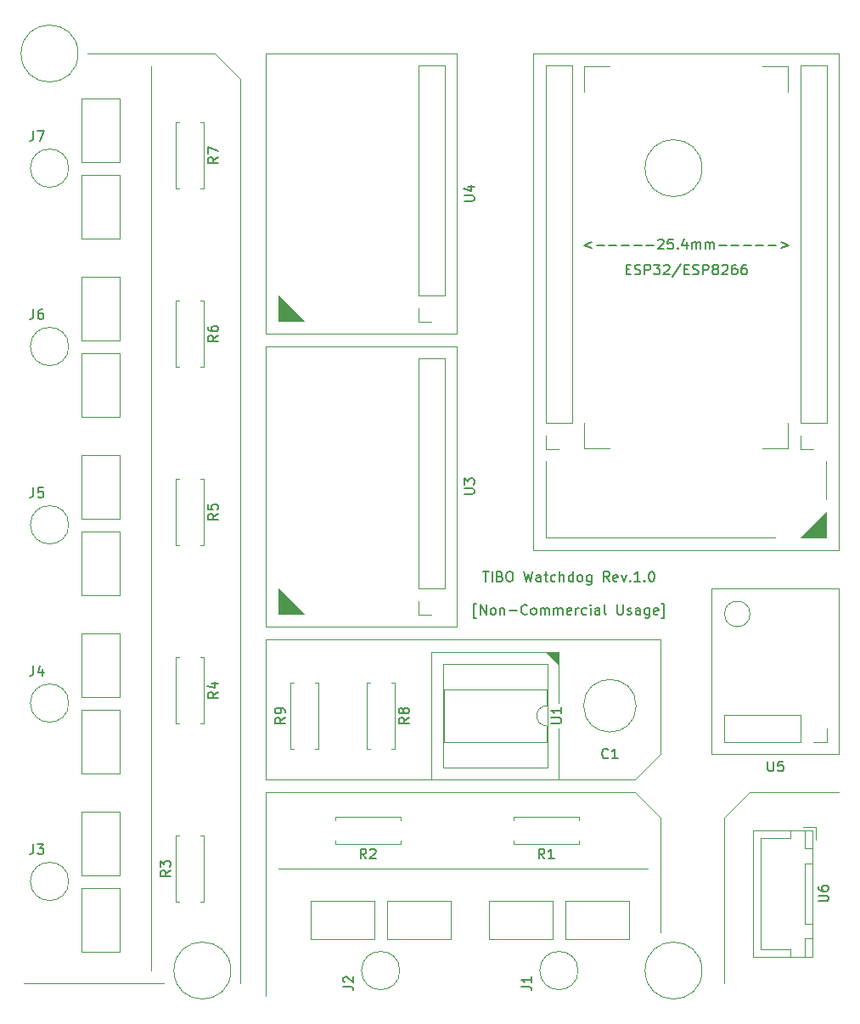
<source format=gbr>
%TF.GenerationSoftware,KiCad,Pcbnew,(5.1.9)-1*%
%TF.CreationDate,2021-03-31T06:49:38+07:00*%
%TF.ProjectId,Rev.1a,5265762e-3161-42e6-9b69-6361645f7063,rev?*%
%TF.SameCoordinates,Original*%
%TF.FileFunction,Legend,Top*%
%TF.FilePolarity,Positive*%
%FSLAX46Y46*%
G04 Gerber Fmt 4.6, Leading zero omitted, Abs format (unit mm)*
G04 Created by KiCad (PCBNEW (5.1.9)-1) date 2021-03-31 06:49:38*
%MOMM*%
%LPD*%
G01*
G04 APERTURE LIST*
%ADD10C,0.120000*%
%ADD11C,0.150000*%
%ADD12C,0.100000*%
G04 APERTURE END LIST*
D10*
X73959806Y-121920000D02*
G75*
G03*
X73959806Y-121920000I-2839806J0D01*
G01*
X120949806Y-121920000D02*
G75*
G03*
X120949806Y-121920000I-2839806J0D01*
G01*
X120949806Y-41910000D02*
G75*
G03*
X120949806Y-41910000I-2839806J0D01*
G01*
X58719806Y-30480000D02*
G75*
G03*
X58719806Y-30480000I-2839806J0D01*
G01*
D11*
X99100761Y-82130380D02*
X99672190Y-82130380D01*
X99386476Y-83130380D02*
X99386476Y-82130380D01*
X100005523Y-83130380D02*
X100005523Y-82130380D01*
X100815047Y-82606571D02*
X100957904Y-82654190D01*
X101005523Y-82701809D01*
X101053142Y-82797047D01*
X101053142Y-82939904D01*
X101005523Y-83035142D01*
X100957904Y-83082761D01*
X100862666Y-83130380D01*
X100481714Y-83130380D01*
X100481714Y-82130380D01*
X100815047Y-82130380D01*
X100910285Y-82178000D01*
X100957904Y-82225619D01*
X101005523Y-82320857D01*
X101005523Y-82416095D01*
X100957904Y-82511333D01*
X100910285Y-82558952D01*
X100815047Y-82606571D01*
X100481714Y-82606571D01*
X101672190Y-82130380D02*
X101862666Y-82130380D01*
X101957904Y-82178000D01*
X102053142Y-82273238D01*
X102100761Y-82463714D01*
X102100761Y-82797047D01*
X102053142Y-82987523D01*
X101957904Y-83082761D01*
X101862666Y-83130380D01*
X101672190Y-83130380D01*
X101576952Y-83082761D01*
X101481714Y-82987523D01*
X101434095Y-82797047D01*
X101434095Y-82463714D01*
X101481714Y-82273238D01*
X101576952Y-82178000D01*
X101672190Y-82130380D01*
X103196000Y-82130380D02*
X103434095Y-83130380D01*
X103624571Y-82416095D01*
X103815047Y-83130380D01*
X104053142Y-82130380D01*
X104862666Y-83130380D02*
X104862666Y-82606571D01*
X104815047Y-82511333D01*
X104719809Y-82463714D01*
X104529333Y-82463714D01*
X104434095Y-82511333D01*
X104862666Y-83082761D02*
X104767428Y-83130380D01*
X104529333Y-83130380D01*
X104434095Y-83082761D01*
X104386476Y-82987523D01*
X104386476Y-82892285D01*
X104434095Y-82797047D01*
X104529333Y-82749428D01*
X104767428Y-82749428D01*
X104862666Y-82701809D01*
X105196000Y-82463714D02*
X105576952Y-82463714D01*
X105338857Y-82130380D02*
X105338857Y-82987523D01*
X105386476Y-83082761D01*
X105481714Y-83130380D01*
X105576952Y-83130380D01*
X106338857Y-83082761D02*
X106243619Y-83130380D01*
X106053142Y-83130380D01*
X105957904Y-83082761D01*
X105910285Y-83035142D01*
X105862666Y-82939904D01*
X105862666Y-82654190D01*
X105910285Y-82558952D01*
X105957904Y-82511333D01*
X106053142Y-82463714D01*
X106243619Y-82463714D01*
X106338857Y-82511333D01*
X106767428Y-83130380D02*
X106767428Y-82130380D01*
X107196000Y-83130380D02*
X107196000Y-82606571D01*
X107148380Y-82511333D01*
X107053142Y-82463714D01*
X106910285Y-82463714D01*
X106815047Y-82511333D01*
X106767428Y-82558952D01*
X108100761Y-83130380D02*
X108100761Y-82130380D01*
X108100761Y-83082761D02*
X108005523Y-83130380D01*
X107815047Y-83130380D01*
X107719809Y-83082761D01*
X107672190Y-83035142D01*
X107624571Y-82939904D01*
X107624571Y-82654190D01*
X107672190Y-82558952D01*
X107719809Y-82511333D01*
X107815047Y-82463714D01*
X108005523Y-82463714D01*
X108100761Y-82511333D01*
X108719809Y-83130380D02*
X108624571Y-83082761D01*
X108576952Y-83035142D01*
X108529333Y-82939904D01*
X108529333Y-82654190D01*
X108576952Y-82558952D01*
X108624571Y-82511333D01*
X108719809Y-82463714D01*
X108862666Y-82463714D01*
X108957904Y-82511333D01*
X109005523Y-82558952D01*
X109053142Y-82654190D01*
X109053142Y-82939904D01*
X109005523Y-83035142D01*
X108957904Y-83082761D01*
X108862666Y-83130380D01*
X108719809Y-83130380D01*
X109910285Y-82463714D02*
X109910285Y-83273238D01*
X109862666Y-83368476D01*
X109815047Y-83416095D01*
X109719809Y-83463714D01*
X109576952Y-83463714D01*
X109481714Y-83416095D01*
X109910285Y-83082761D02*
X109815047Y-83130380D01*
X109624571Y-83130380D01*
X109529333Y-83082761D01*
X109481714Y-83035142D01*
X109434095Y-82939904D01*
X109434095Y-82654190D01*
X109481714Y-82558952D01*
X109529333Y-82511333D01*
X109624571Y-82463714D01*
X109815047Y-82463714D01*
X109910285Y-82511333D01*
X111719809Y-83130380D02*
X111386476Y-82654190D01*
X111148380Y-83130380D02*
X111148380Y-82130380D01*
X111529333Y-82130380D01*
X111624571Y-82178000D01*
X111672190Y-82225619D01*
X111719809Y-82320857D01*
X111719809Y-82463714D01*
X111672190Y-82558952D01*
X111624571Y-82606571D01*
X111529333Y-82654190D01*
X111148380Y-82654190D01*
X112529333Y-83082761D02*
X112434095Y-83130380D01*
X112243619Y-83130380D01*
X112148380Y-83082761D01*
X112100761Y-82987523D01*
X112100761Y-82606571D01*
X112148380Y-82511333D01*
X112243619Y-82463714D01*
X112434095Y-82463714D01*
X112529333Y-82511333D01*
X112576952Y-82606571D01*
X112576952Y-82701809D01*
X112100761Y-82797047D01*
X112910285Y-82463714D02*
X113148380Y-83130380D01*
X113386476Y-82463714D01*
X113767428Y-83035142D02*
X113815047Y-83082761D01*
X113767428Y-83130380D01*
X113719809Y-83082761D01*
X113767428Y-83035142D01*
X113767428Y-83130380D01*
X114767428Y-83130380D02*
X114196000Y-83130380D01*
X114481714Y-83130380D02*
X114481714Y-82130380D01*
X114386476Y-82273238D01*
X114291238Y-82368476D01*
X114196000Y-82416095D01*
X115196000Y-83035142D02*
X115243619Y-83082761D01*
X115196000Y-83130380D01*
X115148380Y-83082761D01*
X115196000Y-83035142D01*
X115196000Y-83130380D01*
X115862666Y-82130380D02*
X115957904Y-82130380D01*
X116053142Y-82178000D01*
X116100761Y-82225619D01*
X116148380Y-82320857D01*
X116196000Y-82511333D01*
X116196000Y-82749428D01*
X116148380Y-82939904D01*
X116100761Y-83035142D01*
X116053142Y-83082761D01*
X115957904Y-83130380D01*
X115862666Y-83130380D01*
X115767428Y-83082761D01*
X115719809Y-83035142D01*
X115672190Y-82939904D01*
X115624571Y-82749428D01*
X115624571Y-82511333D01*
X115672190Y-82320857D01*
X115719809Y-82225619D01*
X115767428Y-82178000D01*
X115862666Y-82130380D01*
X98457904Y-86763714D02*
X98219809Y-86763714D01*
X98219809Y-85335142D01*
X98457904Y-85335142D01*
X98838857Y-86430380D02*
X98838857Y-85430380D01*
X99410285Y-86430380D01*
X99410285Y-85430380D01*
X100029333Y-86430380D02*
X99934095Y-86382761D01*
X99886476Y-86335142D01*
X99838857Y-86239904D01*
X99838857Y-85954190D01*
X99886476Y-85858952D01*
X99934095Y-85811333D01*
X100029333Y-85763714D01*
X100172190Y-85763714D01*
X100267428Y-85811333D01*
X100315047Y-85858952D01*
X100362666Y-85954190D01*
X100362666Y-86239904D01*
X100315047Y-86335142D01*
X100267428Y-86382761D01*
X100172190Y-86430380D01*
X100029333Y-86430380D01*
X100791238Y-85763714D02*
X100791238Y-86430380D01*
X100791238Y-85858952D02*
X100838857Y-85811333D01*
X100934095Y-85763714D01*
X101076952Y-85763714D01*
X101172190Y-85811333D01*
X101219809Y-85906571D01*
X101219809Y-86430380D01*
X101696000Y-86049428D02*
X102457904Y-86049428D01*
X103505523Y-86335142D02*
X103457904Y-86382761D01*
X103315047Y-86430380D01*
X103219809Y-86430380D01*
X103076952Y-86382761D01*
X102981714Y-86287523D01*
X102934095Y-86192285D01*
X102886476Y-86001809D01*
X102886476Y-85858952D01*
X102934095Y-85668476D01*
X102981714Y-85573238D01*
X103076952Y-85478000D01*
X103219809Y-85430380D01*
X103315047Y-85430380D01*
X103457904Y-85478000D01*
X103505523Y-85525619D01*
X104076952Y-86430380D02*
X103981714Y-86382761D01*
X103934095Y-86335142D01*
X103886476Y-86239904D01*
X103886476Y-85954190D01*
X103934095Y-85858952D01*
X103981714Y-85811333D01*
X104076952Y-85763714D01*
X104219809Y-85763714D01*
X104315047Y-85811333D01*
X104362666Y-85858952D01*
X104410285Y-85954190D01*
X104410285Y-86239904D01*
X104362666Y-86335142D01*
X104315047Y-86382761D01*
X104219809Y-86430380D01*
X104076952Y-86430380D01*
X104838857Y-86430380D02*
X104838857Y-85763714D01*
X104838857Y-85858952D02*
X104886476Y-85811333D01*
X104981714Y-85763714D01*
X105124571Y-85763714D01*
X105219809Y-85811333D01*
X105267428Y-85906571D01*
X105267428Y-86430380D01*
X105267428Y-85906571D02*
X105315047Y-85811333D01*
X105410285Y-85763714D01*
X105553142Y-85763714D01*
X105648380Y-85811333D01*
X105696000Y-85906571D01*
X105696000Y-86430380D01*
X106172190Y-86430380D02*
X106172190Y-85763714D01*
X106172190Y-85858952D02*
X106219809Y-85811333D01*
X106315047Y-85763714D01*
X106457904Y-85763714D01*
X106553142Y-85811333D01*
X106600761Y-85906571D01*
X106600761Y-86430380D01*
X106600761Y-85906571D02*
X106648380Y-85811333D01*
X106743619Y-85763714D01*
X106886476Y-85763714D01*
X106981714Y-85811333D01*
X107029333Y-85906571D01*
X107029333Y-86430380D01*
X107886476Y-86382761D02*
X107791238Y-86430380D01*
X107600761Y-86430380D01*
X107505523Y-86382761D01*
X107457904Y-86287523D01*
X107457904Y-85906571D01*
X107505523Y-85811333D01*
X107600761Y-85763714D01*
X107791238Y-85763714D01*
X107886476Y-85811333D01*
X107934095Y-85906571D01*
X107934095Y-86001809D01*
X107457904Y-86097047D01*
X108362666Y-86430380D02*
X108362666Y-85763714D01*
X108362666Y-85954190D02*
X108410285Y-85858952D01*
X108457904Y-85811333D01*
X108553142Y-85763714D01*
X108648380Y-85763714D01*
X109410285Y-86382761D02*
X109315047Y-86430380D01*
X109124571Y-86430380D01*
X109029333Y-86382761D01*
X108981714Y-86335142D01*
X108934095Y-86239904D01*
X108934095Y-85954190D01*
X108981714Y-85858952D01*
X109029333Y-85811333D01*
X109124571Y-85763714D01*
X109315047Y-85763714D01*
X109410285Y-85811333D01*
X109838857Y-86430380D02*
X109838857Y-85763714D01*
X109838857Y-85430380D02*
X109791238Y-85478000D01*
X109838857Y-85525619D01*
X109886476Y-85478000D01*
X109838857Y-85430380D01*
X109838857Y-85525619D01*
X110743619Y-86430380D02*
X110743619Y-85906571D01*
X110696000Y-85811333D01*
X110600761Y-85763714D01*
X110410285Y-85763714D01*
X110315047Y-85811333D01*
X110743619Y-86382761D02*
X110648380Y-86430380D01*
X110410285Y-86430380D01*
X110315047Y-86382761D01*
X110267428Y-86287523D01*
X110267428Y-86192285D01*
X110315047Y-86097047D01*
X110410285Y-86049428D01*
X110648380Y-86049428D01*
X110743619Y-86001809D01*
X111362666Y-86430380D02*
X111267428Y-86382761D01*
X111219809Y-86287523D01*
X111219809Y-85430380D01*
X112505523Y-85430380D02*
X112505523Y-86239904D01*
X112553142Y-86335142D01*
X112600761Y-86382761D01*
X112696000Y-86430380D01*
X112886476Y-86430380D01*
X112981714Y-86382761D01*
X113029333Y-86335142D01*
X113076952Y-86239904D01*
X113076952Y-85430380D01*
X113505523Y-86382761D02*
X113600761Y-86430380D01*
X113791238Y-86430380D01*
X113886476Y-86382761D01*
X113934095Y-86287523D01*
X113934095Y-86239904D01*
X113886476Y-86144666D01*
X113791238Y-86097047D01*
X113648380Y-86097047D01*
X113553142Y-86049428D01*
X113505523Y-85954190D01*
X113505523Y-85906571D01*
X113553142Y-85811333D01*
X113648380Y-85763714D01*
X113791238Y-85763714D01*
X113886476Y-85811333D01*
X114791238Y-86430380D02*
X114791238Y-85906571D01*
X114743619Y-85811333D01*
X114648380Y-85763714D01*
X114457904Y-85763714D01*
X114362666Y-85811333D01*
X114791238Y-86382761D02*
X114696000Y-86430380D01*
X114457904Y-86430380D01*
X114362666Y-86382761D01*
X114315047Y-86287523D01*
X114315047Y-86192285D01*
X114362666Y-86097047D01*
X114457904Y-86049428D01*
X114696000Y-86049428D01*
X114791238Y-86001809D01*
X115696000Y-85763714D02*
X115696000Y-86573238D01*
X115648380Y-86668476D01*
X115600761Y-86716095D01*
X115505523Y-86763714D01*
X115362666Y-86763714D01*
X115267428Y-86716095D01*
X115696000Y-86382761D02*
X115600761Y-86430380D01*
X115410285Y-86430380D01*
X115315047Y-86382761D01*
X115267428Y-86335142D01*
X115219809Y-86239904D01*
X115219809Y-85954190D01*
X115267428Y-85858952D01*
X115315047Y-85811333D01*
X115410285Y-85763714D01*
X115600761Y-85763714D01*
X115696000Y-85811333D01*
X116553142Y-86382761D02*
X116457904Y-86430380D01*
X116267428Y-86430380D01*
X116172190Y-86382761D01*
X116124571Y-86287523D01*
X116124571Y-85906571D01*
X116172190Y-85811333D01*
X116267428Y-85763714D01*
X116457904Y-85763714D01*
X116553142Y-85811333D01*
X116600761Y-85906571D01*
X116600761Y-86001809D01*
X116124571Y-86097047D01*
X116934095Y-86763714D02*
X117172190Y-86763714D01*
X117172190Y-85335142D01*
X116934095Y-85335142D01*
D10*
X125730000Y-86360000D02*
G75*
G03*
X125730000Y-86360000I-1270000J0D01*
G01*
X114300000Y-102870000D02*
X106680000Y-102870000D01*
X116840000Y-100330000D02*
X114300000Y-102870000D01*
X116840000Y-99060000D02*
X116840000Y-100330000D01*
X116840000Y-88900000D02*
X116840000Y-99060000D01*
X115570000Y-88900000D02*
X116840000Y-88900000D01*
X77470000Y-88900000D02*
X115570000Y-88900000D01*
X77470000Y-102870000D02*
X106680000Y-102870000D01*
X121920000Y-100330000D02*
X134620000Y-100330000D01*
X121920000Y-83820000D02*
X121920000Y-100330000D01*
X134620000Y-83820000D02*
X121920000Y-83820000D01*
X134620000Y-100330000D02*
X134620000Y-83820000D01*
X133350000Y-74930000D02*
X133350000Y-71120000D01*
X105410000Y-78740000D02*
X128270000Y-78740000D01*
X105410000Y-71120000D02*
X105410000Y-78740000D01*
X129540000Y-69850000D02*
X129540000Y-67310000D01*
X127000000Y-69850000D02*
X129540000Y-69850000D01*
X134620000Y-80010000D02*
X134620000Y-71120000D01*
X104140000Y-80010000D02*
X134620000Y-80010000D01*
X104140000Y-80010000D02*
X104140000Y-71120000D01*
X67310000Y-123190000D02*
X53340000Y-123190000D01*
X74930000Y-33020000D02*
X74930000Y-123190000D01*
X72390000Y-30480000D02*
X74930000Y-33020000D01*
X66040000Y-31750000D02*
X66040000Y-121920000D01*
X114300000Y-111760000D02*
X115570000Y-111760000D01*
X78740000Y-111760000D02*
X114300000Y-111760000D01*
D12*
G36*
X106680000Y-91440000D02*
G01*
X105410000Y-90170000D01*
X106680000Y-90170000D01*
X106680000Y-91440000D01*
G37*
X106680000Y-91440000D02*
X105410000Y-90170000D01*
X106680000Y-90170000D01*
X106680000Y-91440000D01*
D10*
X106680000Y-97790000D02*
X106680000Y-102870000D01*
X106680000Y-90170000D02*
X106680000Y-95250000D01*
X93980000Y-90170000D02*
X106680000Y-90170000D01*
X93980000Y-102870000D02*
X93980000Y-90170000D01*
D12*
G36*
X81280000Y-86360000D02*
G01*
X78740000Y-86360000D01*
X78740000Y-83820000D01*
X81280000Y-86360000D01*
G37*
X81280000Y-86360000D02*
X78740000Y-86360000D01*
X78740000Y-83820000D01*
X81280000Y-86360000D01*
G36*
X81280000Y-57150000D02*
G01*
X78740000Y-57150000D01*
X78740000Y-54610000D01*
X81280000Y-57150000D01*
G37*
X81280000Y-57150000D02*
X78740000Y-57150000D01*
X78740000Y-54610000D01*
X81280000Y-57150000D01*
D10*
X77470000Y-87630000D02*
X77470000Y-59690000D01*
X96520000Y-87630000D02*
X77470000Y-87630000D01*
X96520000Y-59690000D02*
X96520000Y-87630000D01*
X77470000Y-59690000D02*
X96520000Y-59690000D01*
X96520000Y-30480000D02*
X96520000Y-58420000D01*
X77470000Y-30480000D02*
X96520000Y-30480000D01*
X77470000Y-58420000D02*
X77470000Y-30480000D01*
X96520000Y-58420000D02*
X77470000Y-58420000D01*
X125730000Y-104140000D02*
X134620000Y-104140000D01*
X123190000Y-106680000D02*
X125730000Y-104140000D01*
X123190000Y-123190000D02*
X123190000Y-106680000D01*
X116840000Y-106680000D02*
X116840000Y-118110000D01*
X114300000Y-104140000D02*
X116840000Y-106680000D01*
D12*
G36*
X133350000Y-78740000D02*
G01*
X130810000Y-78740000D01*
X133350000Y-76200000D01*
X133350000Y-78740000D01*
G37*
X133350000Y-78740000D02*
X130810000Y-78740000D01*
X133350000Y-76200000D01*
X133350000Y-78740000D01*
D10*
X129540000Y-31750000D02*
X129540000Y-34290000D01*
X127000000Y-31750000D02*
X129540000Y-31750000D01*
X109220000Y-69850000D02*
X111760000Y-69850000D01*
X109220000Y-67310000D02*
X109220000Y-69850000D01*
X109220000Y-31750000D02*
X111760000Y-31750000D01*
X109220000Y-31750000D02*
X109220000Y-34290000D01*
X104140000Y-30480000D02*
X104140000Y-71120000D01*
X134620000Y-30480000D02*
X104140000Y-30480000D01*
X134620000Y-71120000D02*
X134620000Y-30480000D01*
X77470000Y-102870000D02*
X77470000Y-88900000D01*
X77470000Y-104140000D02*
X114300000Y-104140000D01*
X77470000Y-124460000D02*
X77470000Y-104140000D01*
X59690000Y-30480000D02*
X72390000Y-30480000D01*
%TO.C,U3*%
X95310000Y-83820000D02*
X92650000Y-83820000D01*
X95310000Y-83820000D02*
X95310000Y-60900000D01*
X95310000Y-60900000D02*
X92650000Y-60900000D01*
X92650000Y-83820000D02*
X92650000Y-60900000D01*
X92650000Y-86420000D02*
X92650000Y-85090000D01*
X93980000Y-86420000D02*
X92650000Y-86420000D01*
%TO.C,U4*%
X93980000Y-57210000D02*
X92650000Y-57210000D01*
X92650000Y-57210000D02*
X92650000Y-55880000D01*
X92650000Y-54610000D02*
X92650000Y-31690000D01*
X95310000Y-31690000D02*
X92650000Y-31690000D01*
X95310000Y-54610000D02*
X95310000Y-31690000D01*
X95310000Y-54610000D02*
X92650000Y-54610000D01*
%TO.C,J3*%
X57785000Y-113030000D02*
G75*
G03*
X57785000Y-113030000I-1905000J0D01*
G01*
X59055000Y-120015000D02*
X59055000Y-113665000D01*
X62865000Y-120015000D02*
X59055000Y-120015000D01*
X62865000Y-119380000D02*
X62865000Y-120015000D01*
X62865000Y-113665000D02*
X62865000Y-119380000D01*
X59055000Y-113665000D02*
X62865000Y-113665000D01*
X62865000Y-112395000D02*
X60960000Y-112395000D01*
X62865000Y-106045000D02*
X62865000Y-112395000D01*
X59055000Y-106045000D02*
X62865000Y-106045000D01*
X59055000Y-112395000D02*
X59055000Y-106045000D01*
X60960000Y-112395000D02*
X59055000Y-112395000D01*
%TO.C,J7*%
X60960000Y-41275000D02*
X59055000Y-41275000D01*
X59055000Y-41275000D02*
X59055000Y-34925000D01*
X59055000Y-34925000D02*
X62865000Y-34925000D01*
X62865000Y-34925000D02*
X62865000Y-41275000D01*
X62865000Y-41275000D02*
X60960000Y-41275000D01*
X59055000Y-42545000D02*
X62865000Y-42545000D01*
X62865000Y-42545000D02*
X62865000Y-48260000D01*
X62865000Y-48260000D02*
X62865000Y-48895000D01*
X62865000Y-48895000D02*
X59055000Y-48895000D01*
X59055000Y-48895000D02*
X59055000Y-42545000D01*
X57785000Y-41910000D02*
G75*
G03*
X57785000Y-41910000I-1905000J0D01*
G01*
%TO.C,J2*%
X88265000Y-116840000D02*
X88265000Y-118745000D01*
X88265000Y-118745000D02*
X81915000Y-118745000D01*
X81915000Y-118745000D02*
X81915000Y-114935000D01*
X81915000Y-114935000D02*
X88265000Y-114935000D01*
X88265000Y-114935000D02*
X88265000Y-116840000D01*
X89535000Y-118745000D02*
X89535000Y-114935000D01*
X89535000Y-114935000D02*
X95250000Y-114935000D01*
X95250000Y-114935000D02*
X95885000Y-114935000D01*
X95885000Y-114935000D02*
X95885000Y-118745000D01*
X95885000Y-118745000D02*
X89535000Y-118745000D01*
X90805000Y-121920000D02*
G75*
G03*
X90805000Y-121920000I-1905000J0D01*
G01*
%TO.C,J6*%
X57785000Y-59690000D02*
G75*
G03*
X57785000Y-59690000I-1905000J0D01*
G01*
X59055000Y-66675000D02*
X59055000Y-60325000D01*
X62865000Y-66675000D02*
X59055000Y-66675000D01*
X62865000Y-66040000D02*
X62865000Y-66675000D01*
X62865000Y-60325000D02*
X62865000Y-66040000D01*
X59055000Y-60325000D02*
X62865000Y-60325000D01*
X62865000Y-59055000D02*
X60960000Y-59055000D01*
X62865000Y-52705000D02*
X62865000Y-59055000D01*
X59055000Y-52705000D02*
X62865000Y-52705000D01*
X59055000Y-59055000D02*
X59055000Y-52705000D01*
X60960000Y-59055000D02*
X59055000Y-59055000D01*
%TO.C,J1*%
X108585000Y-121920000D02*
G75*
G03*
X108585000Y-121920000I-1905000J0D01*
G01*
X113665000Y-118745000D02*
X107315000Y-118745000D01*
X113665000Y-114935000D02*
X113665000Y-118745000D01*
X113030000Y-114935000D02*
X113665000Y-114935000D01*
X107315000Y-114935000D02*
X113030000Y-114935000D01*
X107315000Y-118745000D02*
X107315000Y-114935000D01*
X106045000Y-114935000D02*
X106045000Y-116840000D01*
X99695000Y-114935000D02*
X106045000Y-114935000D01*
X99695000Y-118745000D02*
X99695000Y-114935000D01*
X106045000Y-118745000D02*
X99695000Y-118745000D01*
X106045000Y-116840000D02*
X106045000Y-118745000D01*
%TO.C,J5*%
X60960000Y-76835000D02*
X59055000Y-76835000D01*
X59055000Y-76835000D02*
X59055000Y-70485000D01*
X59055000Y-70485000D02*
X62865000Y-70485000D01*
X62865000Y-70485000D02*
X62865000Y-76835000D01*
X62865000Y-76835000D02*
X60960000Y-76835000D01*
X59055000Y-78105000D02*
X62865000Y-78105000D01*
X62865000Y-78105000D02*
X62865000Y-83820000D01*
X62865000Y-83820000D02*
X62865000Y-84455000D01*
X62865000Y-84455000D02*
X59055000Y-84455000D01*
X59055000Y-84455000D02*
X59055000Y-78105000D01*
X57785000Y-77470000D02*
G75*
G03*
X57785000Y-77470000I-1905000J0D01*
G01*
%TO.C,J4*%
X57785000Y-95250000D02*
G75*
G03*
X57785000Y-95250000I-1905000J0D01*
G01*
X59055000Y-102235000D02*
X59055000Y-95885000D01*
X62865000Y-102235000D02*
X59055000Y-102235000D01*
X62865000Y-101600000D02*
X62865000Y-102235000D01*
X62865000Y-95885000D02*
X62865000Y-101600000D01*
X59055000Y-95885000D02*
X62865000Y-95885000D01*
X62865000Y-94615000D02*
X60960000Y-94615000D01*
X62865000Y-88265000D02*
X62865000Y-94615000D01*
X59055000Y-88265000D02*
X62865000Y-88265000D01*
X59055000Y-94615000D02*
X59055000Y-88265000D01*
X60960000Y-94615000D02*
X59055000Y-94615000D01*
%TO.C,<-----25.4mm----->*%
X132080000Y-69910000D02*
X130750000Y-69910000D01*
X130750000Y-69910000D02*
X130750000Y-68580000D01*
X130750000Y-67310000D02*
X130750000Y-31690000D01*
X133410000Y-31690000D02*
X130750000Y-31690000D01*
X133410000Y-67310000D02*
X133410000Y-31690000D01*
X133410000Y-67310000D02*
X130750000Y-67310000D01*
%TO.C,ESP32/ESP8266*%
X106680000Y-69910000D02*
X105350000Y-69910000D01*
X105350000Y-69910000D02*
X105350000Y-68580000D01*
X105350000Y-67310000D02*
X105350000Y-31690000D01*
X108010000Y-31690000D02*
X105350000Y-31690000D01*
X108010000Y-67310000D02*
X108010000Y-31690000D01*
X108010000Y-67310000D02*
X105350000Y-67310000D01*
%TO.C,R3*%
X71220000Y-108490000D02*
X70890000Y-108490000D01*
X71220000Y-115030000D02*
X71220000Y-108490000D01*
X70890000Y-115030000D02*
X71220000Y-115030000D01*
X68480000Y-108490000D02*
X68810000Y-108490000D01*
X68480000Y-115030000D02*
X68480000Y-108490000D01*
X68810000Y-115030000D02*
X68480000Y-115030000D01*
%TO.C,R7*%
X70890000Y-37370000D02*
X71220000Y-37370000D01*
X71220000Y-37370000D02*
X71220000Y-43910000D01*
X71220000Y-43910000D02*
X70890000Y-43910000D01*
X68810000Y-37370000D02*
X68480000Y-37370000D01*
X68480000Y-37370000D02*
X68480000Y-43910000D01*
X68480000Y-43910000D02*
X68810000Y-43910000D01*
%TO.C,R2*%
X90900000Y-108990000D02*
X90900000Y-109320000D01*
X90900000Y-109320000D02*
X84360000Y-109320000D01*
X84360000Y-109320000D02*
X84360000Y-108990000D01*
X90900000Y-106910000D02*
X90900000Y-106580000D01*
X90900000Y-106580000D02*
X84360000Y-106580000D01*
X84360000Y-106580000D02*
X84360000Y-106910000D01*
%TO.C,R6*%
X68480000Y-61690000D02*
X68810000Y-61690000D01*
X68480000Y-55150000D02*
X68480000Y-61690000D01*
X68810000Y-55150000D02*
X68480000Y-55150000D01*
X71220000Y-61690000D02*
X70890000Y-61690000D01*
X71220000Y-55150000D02*
X71220000Y-61690000D01*
X70890000Y-55150000D02*
X71220000Y-55150000D01*
%TO.C,R1*%
X108680000Y-108990000D02*
X108680000Y-109320000D01*
X108680000Y-109320000D02*
X102140000Y-109320000D01*
X102140000Y-109320000D02*
X102140000Y-108990000D01*
X108680000Y-106910000D02*
X108680000Y-106580000D01*
X108680000Y-106580000D02*
X102140000Y-106580000D01*
X102140000Y-106580000D02*
X102140000Y-106910000D01*
%TO.C,R5*%
X68480000Y-79470000D02*
X68810000Y-79470000D01*
X68480000Y-72930000D02*
X68480000Y-79470000D01*
X68810000Y-72930000D02*
X68480000Y-72930000D01*
X71220000Y-79470000D02*
X70890000Y-79470000D01*
X71220000Y-72930000D02*
X71220000Y-79470000D01*
X70890000Y-72930000D02*
X71220000Y-72930000D01*
%TO.C,R4*%
X68480000Y-97250000D02*
X68810000Y-97250000D01*
X68480000Y-90710000D02*
X68480000Y-97250000D01*
X68810000Y-90710000D02*
X68480000Y-90710000D01*
X71220000Y-97250000D02*
X70890000Y-97250000D01*
X71220000Y-90710000D02*
X71220000Y-97250000D01*
X70890000Y-90710000D02*
X71220000Y-90710000D01*
%TO.C,R8*%
X89940000Y-93250000D02*
X90270000Y-93250000D01*
X90270000Y-93250000D02*
X90270000Y-99790000D01*
X90270000Y-99790000D02*
X89940000Y-99790000D01*
X87860000Y-93250000D02*
X87530000Y-93250000D01*
X87530000Y-93250000D02*
X87530000Y-99790000D01*
X87530000Y-99790000D02*
X87860000Y-99790000D01*
%TO.C,R9*%
X82650000Y-93250000D02*
X82320000Y-93250000D01*
X82650000Y-99790000D02*
X82650000Y-93250000D01*
X82320000Y-99790000D02*
X82650000Y-99790000D01*
X79910000Y-93250000D02*
X80240000Y-93250000D01*
X79910000Y-99790000D02*
X79910000Y-93250000D01*
X80240000Y-99790000D02*
X79910000Y-99790000D01*
%TO.C,U1*%
X105530000Y-101660000D02*
X105530000Y-91380000D01*
X95130000Y-101660000D02*
X105530000Y-101660000D01*
X95130000Y-91380000D02*
X95130000Y-101660000D01*
X105530000Y-91380000D02*
X95130000Y-91380000D01*
X105470000Y-99170000D02*
X105470000Y-97520000D01*
X95190000Y-99170000D02*
X105470000Y-99170000D01*
X95190000Y-93870000D02*
X95190000Y-99170000D01*
X105470000Y-93870000D02*
X95190000Y-93870000D01*
X105470000Y-95520000D02*
X105470000Y-93870000D01*
X105470000Y-97520000D02*
G75*
G02*
X105470000Y-95520000I0J1000000D01*
G01*
%TO.C,U5*%
X130810000Y-96460000D02*
X130810000Y-99120000D01*
X130810000Y-96460000D02*
X123130000Y-96460000D01*
X123130000Y-96460000D02*
X123130000Y-99120000D01*
X130810000Y-99120000D02*
X123130000Y-99120000D01*
X133410000Y-99120000D02*
X132080000Y-99120000D01*
X133410000Y-97790000D02*
X133410000Y-99120000D01*
%TO.C,U6*%
X132290000Y-107640000D02*
X131040000Y-107640000D01*
X132290000Y-108890000D02*
X132290000Y-107640000D01*
X126790000Y-119790000D02*
X126790000Y-114240000D01*
X129740000Y-119790000D02*
X126790000Y-119790000D01*
X129740000Y-120540000D02*
X129740000Y-119790000D01*
X126790000Y-108690000D02*
X126790000Y-114240000D01*
X129740000Y-108690000D02*
X126790000Y-108690000D01*
X129740000Y-107940000D02*
X129740000Y-108690000D01*
X131990000Y-120540000D02*
X131990000Y-118740000D01*
X131240000Y-120540000D02*
X131990000Y-120540000D01*
X131240000Y-118740000D02*
X131240000Y-120540000D01*
X131990000Y-118740000D02*
X131240000Y-118740000D01*
X131990000Y-109740000D02*
X131990000Y-107940000D01*
X131240000Y-109740000D02*
X131990000Y-109740000D01*
X131240000Y-107940000D02*
X131240000Y-109740000D01*
X131990000Y-107940000D02*
X131240000Y-107940000D01*
X131990000Y-117240000D02*
X131990000Y-111240000D01*
X131240000Y-117240000D02*
X131990000Y-117240000D01*
X131240000Y-111240000D02*
X131240000Y-117240000D01*
X131990000Y-111240000D02*
X131240000Y-111240000D01*
X132000000Y-120550000D02*
X132000000Y-107930000D01*
X126030000Y-120550000D02*
X132000000Y-120550000D01*
X126030000Y-107930000D02*
X126030000Y-120550000D01*
X132000000Y-107930000D02*
X126030000Y-107930000D01*
%TO.C,C1*%
X114380000Y-95520000D02*
G75*
G03*
X114380000Y-95520000I-2620000J0D01*
G01*
%TO.C,U3*%
D11*
X97242380Y-74421904D02*
X98051904Y-74421904D01*
X98147142Y-74374285D01*
X98194761Y-74326666D01*
X98242380Y-74231428D01*
X98242380Y-74040952D01*
X98194761Y-73945714D01*
X98147142Y-73898095D01*
X98051904Y-73850476D01*
X97242380Y-73850476D01*
X97242380Y-73469523D02*
X97242380Y-72850476D01*
X97623333Y-73183809D01*
X97623333Y-73040952D01*
X97670952Y-72945714D01*
X97718571Y-72898095D01*
X97813809Y-72850476D01*
X98051904Y-72850476D01*
X98147142Y-72898095D01*
X98194761Y-72945714D01*
X98242380Y-73040952D01*
X98242380Y-73326666D01*
X98194761Y-73421904D01*
X98147142Y-73469523D01*
%TO.C,U4*%
X97242380Y-45211904D02*
X98051904Y-45211904D01*
X98147142Y-45164285D01*
X98194761Y-45116666D01*
X98242380Y-45021428D01*
X98242380Y-44830952D01*
X98194761Y-44735714D01*
X98147142Y-44688095D01*
X98051904Y-44640476D01*
X97242380Y-44640476D01*
X97575714Y-43735714D02*
X98242380Y-43735714D01*
X97194761Y-43973809D02*
X97909047Y-44211904D01*
X97909047Y-43592857D01*
%TO.C,J3*%
X54276666Y-109307380D02*
X54276666Y-110021666D01*
X54229047Y-110164523D01*
X54133809Y-110259761D01*
X53990952Y-110307380D01*
X53895714Y-110307380D01*
X54657619Y-109307380D02*
X55276666Y-109307380D01*
X54943333Y-109688333D01*
X55086190Y-109688333D01*
X55181428Y-109735952D01*
X55229047Y-109783571D01*
X55276666Y-109878809D01*
X55276666Y-110116904D01*
X55229047Y-110212142D01*
X55181428Y-110259761D01*
X55086190Y-110307380D01*
X54800476Y-110307380D01*
X54705238Y-110259761D01*
X54657619Y-110212142D01*
%TO.C,J7*%
X54276666Y-38187380D02*
X54276666Y-38901666D01*
X54229047Y-39044523D01*
X54133809Y-39139761D01*
X53990952Y-39187380D01*
X53895714Y-39187380D01*
X54657619Y-38187380D02*
X55324285Y-38187380D01*
X54895714Y-39187380D01*
%TO.C,J2*%
X85177380Y-123523333D02*
X85891666Y-123523333D01*
X86034523Y-123570952D01*
X86129761Y-123666190D01*
X86177380Y-123809047D01*
X86177380Y-123904285D01*
X85272619Y-123094761D02*
X85225000Y-123047142D01*
X85177380Y-122951904D01*
X85177380Y-122713809D01*
X85225000Y-122618571D01*
X85272619Y-122570952D01*
X85367857Y-122523333D01*
X85463095Y-122523333D01*
X85605952Y-122570952D01*
X86177380Y-123142380D01*
X86177380Y-122523333D01*
%TO.C,J6*%
X54276666Y-55967380D02*
X54276666Y-56681666D01*
X54229047Y-56824523D01*
X54133809Y-56919761D01*
X53990952Y-56967380D01*
X53895714Y-56967380D01*
X55181428Y-55967380D02*
X54990952Y-55967380D01*
X54895714Y-56015000D01*
X54848095Y-56062619D01*
X54752857Y-56205476D01*
X54705238Y-56395952D01*
X54705238Y-56776904D01*
X54752857Y-56872142D01*
X54800476Y-56919761D01*
X54895714Y-56967380D01*
X55086190Y-56967380D01*
X55181428Y-56919761D01*
X55229047Y-56872142D01*
X55276666Y-56776904D01*
X55276666Y-56538809D01*
X55229047Y-56443571D01*
X55181428Y-56395952D01*
X55086190Y-56348333D01*
X54895714Y-56348333D01*
X54800476Y-56395952D01*
X54752857Y-56443571D01*
X54705238Y-56538809D01*
%TO.C,J1*%
X102957380Y-123523333D02*
X103671666Y-123523333D01*
X103814523Y-123570952D01*
X103909761Y-123666190D01*
X103957380Y-123809047D01*
X103957380Y-123904285D01*
X103957380Y-122523333D02*
X103957380Y-123094761D01*
X103957380Y-122809047D02*
X102957380Y-122809047D01*
X103100238Y-122904285D01*
X103195476Y-122999523D01*
X103243095Y-123094761D01*
%TO.C,J5*%
X54276666Y-73747380D02*
X54276666Y-74461666D01*
X54229047Y-74604523D01*
X54133809Y-74699761D01*
X53990952Y-74747380D01*
X53895714Y-74747380D01*
X55229047Y-73747380D02*
X54752857Y-73747380D01*
X54705238Y-74223571D01*
X54752857Y-74175952D01*
X54848095Y-74128333D01*
X55086190Y-74128333D01*
X55181428Y-74175952D01*
X55229047Y-74223571D01*
X55276666Y-74318809D01*
X55276666Y-74556904D01*
X55229047Y-74652142D01*
X55181428Y-74699761D01*
X55086190Y-74747380D01*
X54848095Y-74747380D01*
X54752857Y-74699761D01*
X54705238Y-74652142D01*
%TO.C,J4*%
X54276666Y-91527380D02*
X54276666Y-92241666D01*
X54229047Y-92384523D01*
X54133809Y-92479761D01*
X53990952Y-92527380D01*
X53895714Y-92527380D01*
X55181428Y-91860714D02*
X55181428Y-92527380D01*
X54943333Y-91479761D02*
X54705238Y-92194047D01*
X55324285Y-92194047D01*
%TO.C,<-----25.4mm----->*%
X109951428Y-49315714D02*
X109189523Y-49601428D01*
X109951428Y-49887142D01*
X110427619Y-49601428D02*
X111189523Y-49601428D01*
X111665714Y-49601428D02*
X112427619Y-49601428D01*
X112903809Y-49601428D02*
X113665714Y-49601428D01*
X114141904Y-49601428D02*
X114903809Y-49601428D01*
X115380000Y-49601428D02*
X116141904Y-49601428D01*
X116570476Y-49077619D02*
X116618095Y-49030000D01*
X116713333Y-48982380D01*
X116951428Y-48982380D01*
X117046666Y-49030000D01*
X117094285Y-49077619D01*
X117141904Y-49172857D01*
X117141904Y-49268095D01*
X117094285Y-49410952D01*
X116522857Y-49982380D01*
X117141904Y-49982380D01*
X118046666Y-48982380D02*
X117570476Y-48982380D01*
X117522857Y-49458571D01*
X117570476Y-49410952D01*
X117665714Y-49363333D01*
X117903809Y-49363333D01*
X117999047Y-49410952D01*
X118046666Y-49458571D01*
X118094285Y-49553809D01*
X118094285Y-49791904D01*
X118046666Y-49887142D01*
X117999047Y-49934761D01*
X117903809Y-49982380D01*
X117665714Y-49982380D01*
X117570476Y-49934761D01*
X117522857Y-49887142D01*
X118522857Y-49887142D02*
X118570476Y-49934761D01*
X118522857Y-49982380D01*
X118475238Y-49934761D01*
X118522857Y-49887142D01*
X118522857Y-49982380D01*
X119427619Y-49315714D02*
X119427619Y-49982380D01*
X119189523Y-48934761D02*
X118951428Y-49649047D01*
X119570476Y-49649047D01*
X119951428Y-49982380D02*
X119951428Y-49315714D01*
X119951428Y-49410952D02*
X119999047Y-49363333D01*
X120094285Y-49315714D01*
X120237142Y-49315714D01*
X120332380Y-49363333D01*
X120380000Y-49458571D01*
X120380000Y-49982380D01*
X120380000Y-49458571D02*
X120427619Y-49363333D01*
X120522857Y-49315714D01*
X120665714Y-49315714D01*
X120760952Y-49363333D01*
X120808571Y-49458571D01*
X120808571Y-49982380D01*
X121284761Y-49982380D02*
X121284761Y-49315714D01*
X121284761Y-49410952D02*
X121332380Y-49363333D01*
X121427619Y-49315714D01*
X121570476Y-49315714D01*
X121665714Y-49363333D01*
X121713333Y-49458571D01*
X121713333Y-49982380D01*
X121713333Y-49458571D02*
X121760952Y-49363333D01*
X121856190Y-49315714D01*
X121999047Y-49315714D01*
X122094285Y-49363333D01*
X122141904Y-49458571D01*
X122141904Y-49982380D01*
X122618095Y-49601428D02*
X123380000Y-49601428D01*
X123856190Y-49601428D02*
X124618095Y-49601428D01*
X125094285Y-49601428D02*
X125856190Y-49601428D01*
X126332380Y-49601428D02*
X127094285Y-49601428D01*
X127570476Y-49601428D02*
X128332380Y-49601428D01*
X128808571Y-49315714D02*
X129570476Y-49601428D01*
X128808571Y-49887142D01*
%TO.C,ESP32/ESP8266*%
X113380000Y-51998571D02*
X113713333Y-51998571D01*
X113856190Y-52522380D02*
X113380000Y-52522380D01*
X113380000Y-51522380D01*
X113856190Y-51522380D01*
X114237142Y-52474761D02*
X114380000Y-52522380D01*
X114618095Y-52522380D01*
X114713333Y-52474761D01*
X114760952Y-52427142D01*
X114808571Y-52331904D01*
X114808571Y-52236666D01*
X114760952Y-52141428D01*
X114713333Y-52093809D01*
X114618095Y-52046190D01*
X114427619Y-51998571D01*
X114332380Y-51950952D01*
X114284761Y-51903333D01*
X114237142Y-51808095D01*
X114237142Y-51712857D01*
X114284761Y-51617619D01*
X114332380Y-51570000D01*
X114427619Y-51522380D01*
X114665714Y-51522380D01*
X114808571Y-51570000D01*
X115237142Y-52522380D02*
X115237142Y-51522380D01*
X115618095Y-51522380D01*
X115713333Y-51570000D01*
X115760952Y-51617619D01*
X115808571Y-51712857D01*
X115808571Y-51855714D01*
X115760952Y-51950952D01*
X115713333Y-51998571D01*
X115618095Y-52046190D01*
X115237142Y-52046190D01*
X116141904Y-51522380D02*
X116760952Y-51522380D01*
X116427619Y-51903333D01*
X116570476Y-51903333D01*
X116665714Y-51950952D01*
X116713333Y-51998571D01*
X116760952Y-52093809D01*
X116760952Y-52331904D01*
X116713333Y-52427142D01*
X116665714Y-52474761D01*
X116570476Y-52522380D01*
X116284761Y-52522380D01*
X116189523Y-52474761D01*
X116141904Y-52427142D01*
X117141904Y-51617619D02*
X117189523Y-51570000D01*
X117284761Y-51522380D01*
X117522857Y-51522380D01*
X117618095Y-51570000D01*
X117665714Y-51617619D01*
X117713333Y-51712857D01*
X117713333Y-51808095D01*
X117665714Y-51950952D01*
X117094285Y-52522380D01*
X117713333Y-52522380D01*
X118856190Y-51474761D02*
X117999047Y-52760476D01*
X119189523Y-51998571D02*
X119522857Y-51998571D01*
X119665714Y-52522380D02*
X119189523Y-52522380D01*
X119189523Y-51522380D01*
X119665714Y-51522380D01*
X120046666Y-52474761D02*
X120189523Y-52522380D01*
X120427619Y-52522380D01*
X120522857Y-52474761D01*
X120570476Y-52427142D01*
X120618095Y-52331904D01*
X120618095Y-52236666D01*
X120570476Y-52141428D01*
X120522857Y-52093809D01*
X120427619Y-52046190D01*
X120237142Y-51998571D01*
X120141904Y-51950952D01*
X120094285Y-51903333D01*
X120046666Y-51808095D01*
X120046666Y-51712857D01*
X120094285Y-51617619D01*
X120141904Y-51570000D01*
X120237142Y-51522380D01*
X120475238Y-51522380D01*
X120618095Y-51570000D01*
X121046666Y-52522380D02*
X121046666Y-51522380D01*
X121427619Y-51522380D01*
X121522857Y-51570000D01*
X121570476Y-51617619D01*
X121618095Y-51712857D01*
X121618095Y-51855714D01*
X121570476Y-51950952D01*
X121522857Y-51998571D01*
X121427619Y-52046190D01*
X121046666Y-52046190D01*
X122189523Y-51950952D02*
X122094285Y-51903333D01*
X122046666Y-51855714D01*
X121999047Y-51760476D01*
X121999047Y-51712857D01*
X122046666Y-51617619D01*
X122094285Y-51570000D01*
X122189523Y-51522380D01*
X122380000Y-51522380D01*
X122475238Y-51570000D01*
X122522857Y-51617619D01*
X122570476Y-51712857D01*
X122570476Y-51760476D01*
X122522857Y-51855714D01*
X122475238Y-51903333D01*
X122380000Y-51950952D01*
X122189523Y-51950952D01*
X122094285Y-51998571D01*
X122046666Y-52046190D01*
X121999047Y-52141428D01*
X121999047Y-52331904D01*
X122046666Y-52427142D01*
X122094285Y-52474761D01*
X122189523Y-52522380D01*
X122380000Y-52522380D01*
X122475238Y-52474761D01*
X122522857Y-52427142D01*
X122570476Y-52331904D01*
X122570476Y-52141428D01*
X122522857Y-52046190D01*
X122475238Y-51998571D01*
X122380000Y-51950952D01*
X122951428Y-51617619D02*
X122999047Y-51570000D01*
X123094285Y-51522380D01*
X123332380Y-51522380D01*
X123427619Y-51570000D01*
X123475238Y-51617619D01*
X123522857Y-51712857D01*
X123522857Y-51808095D01*
X123475238Y-51950952D01*
X122903809Y-52522380D01*
X123522857Y-52522380D01*
X124380000Y-51522380D02*
X124189523Y-51522380D01*
X124094285Y-51570000D01*
X124046666Y-51617619D01*
X123951428Y-51760476D01*
X123903809Y-51950952D01*
X123903809Y-52331904D01*
X123951428Y-52427142D01*
X123999047Y-52474761D01*
X124094285Y-52522380D01*
X124284761Y-52522380D01*
X124380000Y-52474761D01*
X124427619Y-52427142D01*
X124475238Y-52331904D01*
X124475238Y-52093809D01*
X124427619Y-51998571D01*
X124380000Y-51950952D01*
X124284761Y-51903333D01*
X124094285Y-51903333D01*
X123999047Y-51950952D01*
X123951428Y-51998571D01*
X123903809Y-52093809D01*
X125332380Y-51522380D02*
X125141904Y-51522380D01*
X125046666Y-51570000D01*
X124999047Y-51617619D01*
X124903809Y-51760476D01*
X124856190Y-51950952D01*
X124856190Y-52331904D01*
X124903809Y-52427142D01*
X124951428Y-52474761D01*
X125046666Y-52522380D01*
X125237142Y-52522380D01*
X125332380Y-52474761D01*
X125380000Y-52427142D01*
X125427619Y-52331904D01*
X125427619Y-52093809D01*
X125380000Y-51998571D01*
X125332380Y-51950952D01*
X125237142Y-51903333D01*
X125046666Y-51903333D01*
X124951428Y-51950952D01*
X124903809Y-51998571D01*
X124856190Y-52093809D01*
%TO.C,R3*%
X67932380Y-111926666D02*
X67456190Y-112260000D01*
X67932380Y-112498095D02*
X66932380Y-112498095D01*
X66932380Y-112117142D01*
X66980000Y-112021904D01*
X67027619Y-111974285D01*
X67122857Y-111926666D01*
X67265714Y-111926666D01*
X67360952Y-111974285D01*
X67408571Y-112021904D01*
X67456190Y-112117142D01*
X67456190Y-112498095D01*
X66932380Y-111593333D02*
X66932380Y-110974285D01*
X67313333Y-111307619D01*
X67313333Y-111164761D01*
X67360952Y-111069523D01*
X67408571Y-111021904D01*
X67503809Y-110974285D01*
X67741904Y-110974285D01*
X67837142Y-111021904D01*
X67884761Y-111069523D01*
X67932380Y-111164761D01*
X67932380Y-111450476D01*
X67884761Y-111545714D01*
X67837142Y-111593333D01*
%TO.C,R7*%
X72672380Y-40806666D02*
X72196190Y-41140000D01*
X72672380Y-41378095D02*
X71672380Y-41378095D01*
X71672380Y-40997142D01*
X71720000Y-40901904D01*
X71767619Y-40854285D01*
X71862857Y-40806666D01*
X72005714Y-40806666D01*
X72100952Y-40854285D01*
X72148571Y-40901904D01*
X72196190Y-40997142D01*
X72196190Y-41378095D01*
X71672380Y-40473333D02*
X71672380Y-39806666D01*
X72672380Y-40235238D01*
%TO.C,R2*%
X87463333Y-110772380D02*
X87130000Y-110296190D01*
X86891904Y-110772380D02*
X86891904Y-109772380D01*
X87272857Y-109772380D01*
X87368095Y-109820000D01*
X87415714Y-109867619D01*
X87463333Y-109962857D01*
X87463333Y-110105714D01*
X87415714Y-110200952D01*
X87368095Y-110248571D01*
X87272857Y-110296190D01*
X86891904Y-110296190D01*
X87844285Y-109867619D02*
X87891904Y-109820000D01*
X87987142Y-109772380D01*
X88225238Y-109772380D01*
X88320476Y-109820000D01*
X88368095Y-109867619D01*
X88415714Y-109962857D01*
X88415714Y-110058095D01*
X88368095Y-110200952D01*
X87796666Y-110772380D01*
X88415714Y-110772380D01*
%TO.C,R6*%
X72672380Y-58586666D02*
X72196190Y-58920000D01*
X72672380Y-59158095D02*
X71672380Y-59158095D01*
X71672380Y-58777142D01*
X71720000Y-58681904D01*
X71767619Y-58634285D01*
X71862857Y-58586666D01*
X72005714Y-58586666D01*
X72100952Y-58634285D01*
X72148571Y-58681904D01*
X72196190Y-58777142D01*
X72196190Y-59158095D01*
X71672380Y-57729523D02*
X71672380Y-57920000D01*
X71720000Y-58015238D01*
X71767619Y-58062857D01*
X71910476Y-58158095D01*
X72100952Y-58205714D01*
X72481904Y-58205714D01*
X72577142Y-58158095D01*
X72624761Y-58110476D01*
X72672380Y-58015238D01*
X72672380Y-57824761D01*
X72624761Y-57729523D01*
X72577142Y-57681904D01*
X72481904Y-57634285D01*
X72243809Y-57634285D01*
X72148571Y-57681904D01*
X72100952Y-57729523D01*
X72053333Y-57824761D01*
X72053333Y-58015238D01*
X72100952Y-58110476D01*
X72148571Y-58158095D01*
X72243809Y-58205714D01*
%TO.C,R1*%
X105243333Y-110772380D02*
X104910000Y-110296190D01*
X104671904Y-110772380D02*
X104671904Y-109772380D01*
X105052857Y-109772380D01*
X105148095Y-109820000D01*
X105195714Y-109867619D01*
X105243333Y-109962857D01*
X105243333Y-110105714D01*
X105195714Y-110200952D01*
X105148095Y-110248571D01*
X105052857Y-110296190D01*
X104671904Y-110296190D01*
X106195714Y-110772380D02*
X105624285Y-110772380D01*
X105910000Y-110772380D02*
X105910000Y-109772380D01*
X105814761Y-109915238D01*
X105719523Y-110010476D01*
X105624285Y-110058095D01*
%TO.C,R5*%
X72672380Y-76366666D02*
X72196190Y-76700000D01*
X72672380Y-76938095D02*
X71672380Y-76938095D01*
X71672380Y-76557142D01*
X71720000Y-76461904D01*
X71767619Y-76414285D01*
X71862857Y-76366666D01*
X72005714Y-76366666D01*
X72100952Y-76414285D01*
X72148571Y-76461904D01*
X72196190Y-76557142D01*
X72196190Y-76938095D01*
X71672380Y-75461904D02*
X71672380Y-75938095D01*
X72148571Y-75985714D01*
X72100952Y-75938095D01*
X72053333Y-75842857D01*
X72053333Y-75604761D01*
X72100952Y-75509523D01*
X72148571Y-75461904D01*
X72243809Y-75414285D01*
X72481904Y-75414285D01*
X72577142Y-75461904D01*
X72624761Y-75509523D01*
X72672380Y-75604761D01*
X72672380Y-75842857D01*
X72624761Y-75938095D01*
X72577142Y-75985714D01*
%TO.C,R4*%
X72672380Y-94146666D02*
X72196190Y-94480000D01*
X72672380Y-94718095D02*
X71672380Y-94718095D01*
X71672380Y-94337142D01*
X71720000Y-94241904D01*
X71767619Y-94194285D01*
X71862857Y-94146666D01*
X72005714Y-94146666D01*
X72100952Y-94194285D01*
X72148571Y-94241904D01*
X72196190Y-94337142D01*
X72196190Y-94718095D01*
X72005714Y-93289523D02*
X72672380Y-93289523D01*
X71624761Y-93527619D02*
X72339047Y-93765714D01*
X72339047Y-93146666D01*
%TO.C,R8*%
X91722380Y-96686666D02*
X91246190Y-97020000D01*
X91722380Y-97258095D02*
X90722380Y-97258095D01*
X90722380Y-96877142D01*
X90770000Y-96781904D01*
X90817619Y-96734285D01*
X90912857Y-96686666D01*
X91055714Y-96686666D01*
X91150952Y-96734285D01*
X91198571Y-96781904D01*
X91246190Y-96877142D01*
X91246190Y-97258095D01*
X91150952Y-96115238D02*
X91103333Y-96210476D01*
X91055714Y-96258095D01*
X90960476Y-96305714D01*
X90912857Y-96305714D01*
X90817619Y-96258095D01*
X90770000Y-96210476D01*
X90722380Y-96115238D01*
X90722380Y-95924761D01*
X90770000Y-95829523D01*
X90817619Y-95781904D01*
X90912857Y-95734285D01*
X90960476Y-95734285D01*
X91055714Y-95781904D01*
X91103333Y-95829523D01*
X91150952Y-95924761D01*
X91150952Y-96115238D01*
X91198571Y-96210476D01*
X91246190Y-96258095D01*
X91341428Y-96305714D01*
X91531904Y-96305714D01*
X91627142Y-96258095D01*
X91674761Y-96210476D01*
X91722380Y-96115238D01*
X91722380Y-95924761D01*
X91674761Y-95829523D01*
X91627142Y-95781904D01*
X91531904Y-95734285D01*
X91341428Y-95734285D01*
X91246190Y-95781904D01*
X91198571Y-95829523D01*
X91150952Y-95924761D01*
%TO.C,R9*%
X79362380Y-96686666D02*
X78886190Y-97020000D01*
X79362380Y-97258095D02*
X78362380Y-97258095D01*
X78362380Y-96877142D01*
X78410000Y-96781904D01*
X78457619Y-96734285D01*
X78552857Y-96686666D01*
X78695714Y-96686666D01*
X78790952Y-96734285D01*
X78838571Y-96781904D01*
X78886190Y-96877142D01*
X78886190Y-97258095D01*
X79362380Y-96210476D02*
X79362380Y-96020000D01*
X79314761Y-95924761D01*
X79267142Y-95877142D01*
X79124285Y-95781904D01*
X78933809Y-95734285D01*
X78552857Y-95734285D01*
X78457619Y-95781904D01*
X78410000Y-95829523D01*
X78362380Y-95924761D01*
X78362380Y-96115238D01*
X78410000Y-96210476D01*
X78457619Y-96258095D01*
X78552857Y-96305714D01*
X78790952Y-96305714D01*
X78886190Y-96258095D01*
X78933809Y-96210476D01*
X78981428Y-96115238D01*
X78981428Y-95924761D01*
X78933809Y-95829523D01*
X78886190Y-95781904D01*
X78790952Y-95734285D01*
%TO.C,U1*%
X105922380Y-97281904D02*
X106731904Y-97281904D01*
X106827142Y-97234285D01*
X106874761Y-97186666D01*
X106922380Y-97091428D01*
X106922380Y-96900952D01*
X106874761Y-96805714D01*
X106827142Y-96758095D01*
X106731904Y-96710476D01*
X105922380Y-96710476D01*
X106922380Y-95710476D02*
X106922380Y-96281904D01*
X106922380Y-95996190D02*
X105922380Y-95996190D01*
X106065238Y-96091428D01*
X106160476Y-96186666D01*
X106208095Y-96281904D01*
%TO.C,U5*%
X127508095Y-101052380D02*
X127508095Y-101861904D01*
X127555714Y-101957142D01*
X127603333Y-102004761D01*
X127698571Y-102052380D01*
X127889047Y-102052380D01*
X127984285Y-102004761D01*
X128031904Y-101957142D01*
X128079523Y-101861904D01*
X128079523Y-101052380D01*
X129031904Y-101052380D02*
X128555714Y-101052380D01*
X128508095Y-101528571D01*
X128555714Y-101480952D01*
X128650952Y-101433333D01*
X128889047Y-101433333D01*
X128984285Y-101480952D01*
X129031904Y-101528571D01*
X129079523Y-101623809D01*
X129079523Y-101861904D01*
X129031904Y-101957142D01*
X128984285Y-102004761D01*
X128889047Y-102052380D01*
X128650952Y-102052380D01*
X128555714Y-102004761D01*
X128508095Y-101957142D01*
%TO.C,U6*%
X132542380Y-115001904D02*
X133351904Y-115001904D01*
X133447142Y-114954285D01*
X133494761Y-114906666D01*
X133542380Y-114811428D01*
X133542380Y-114620952D01*
X133494761Y-114525714D01*
X133447142Y-114478095D01*
X133351904Y-114430476D01*
X132542380Y-114430476D01*
X132542380Y-113525714D02*
X132542380Y-113716190D01*
X132590000Y-113811428D01*
X132637619Y-113859047D01*
X132780476Y-113954285D01*
X132970952Y-114001904D01*
X133351904Y-114001904D01*
X133447142Y-113954285D01*
X133494761Y-113906666D01*
X133542380Y-113811428D01*
X133542380Y-113620952D01*
X133494761Y-113525714D01*
X133447142Y-113478095D01*
X133351904Y-113430476D01*
X133113809Y-113430476D01*
X133018571Y-113478095D01*
X132970952Y-113525714D01*
X132923333Y-113620952D01*
X132923333Y-113811428D01*
X132970952Y-113906666D01*
X133018571Y-113954285D01*
X133113809Y-114001904D01*
%TO.C,C1*%
X111593333Y-100687142D02*
X111545714Y-100734761D01*
X111402857Y-100782380D01*
X111307619Y-100782380D01*
X111164761Y-100734761D01*
X111069523Y-100639523D01*
X111021904Y-100544285D01*
X110974285Y-100353809D01*
X110974285Y-100210952D01*
X111021904Y-100020476D01*
X111069523Y-99925238D01*
X111164761Y-99830000D01*
X111307619Y-99782380D01*
X111402857Y-99782380D01*
X111545714Y-99830000D01*
X111593333Y-99877619D01*
X112545714Y-100782380D02*
X111974285Y-100782380D01*
X112260000Y-100782380D02*
X112260000Y-99782380D01*
X112164761Y-99925238D01*
X112069523Y-100020476D01*
X111974285Y-100068095D01*
%TD*%
M02*

</source>
